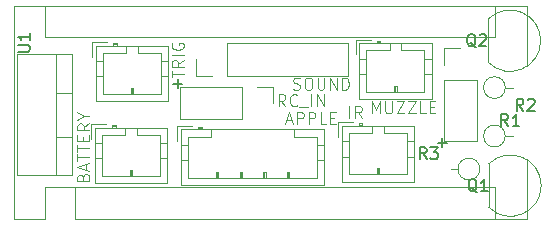
<source format=gbr>
%TF.GenerationSoftware,KiCad,Pcbnew,9.0.6*%
%TF.CreationDate,2026-02-19T21:29:22+01:00*%
%TF.ProjectId,TankIR_Breaker,54616e6b-4952-45f4-9272-65616b65722e,rev?*%
%TF.SameCoordinates,Original*%
%TF.FileFunction,Legend,Top*%
%TF.FilePolarity,Positive*%
%FSLAX46Y46*%
G04 Gerber Fmt 4.6, Leading zero omitted, Abs format (unit mm)*
G04 Created by KiCad (PCBNEW 9.0.6) date 2026-02-19 21:29:22*
%MOMM*%
%LPD*%
G01*
G04 APERTURE LIST*
%ADD10C,0.200000*%
%ADD11C,0.100000*%
%ADD12C,0.150000*%
%ADD13C,0.120000*%
G04 APERTURE END LIST*
D10*
X113469673Y-68486266D02*
X114231578Y-68486266D01*
X113850625Y-68867219D02*
X113850625Y-68105314D01*
X91069673Y-63486266D02*
X91831578Y-63486266D01*
X91450625Y-63867219D02*
X91450625Y-63105314D01*
D11*
X83448609Y-71362782D02*
X83496228Y-71219925D01*
X83496228Y-71219925D02*
X83543847Y-71172306D01*
X83543847Y-71172306D02*
X83639085Y-71124687D01*
X83639085Y-71124687D02*
X83781942Y-71124687D01*
X83781942Y-71124687D02*
X83877180Y-71172306D01*
X83877180Y-71172306D02*
X83924800Y-71219925D01*
X83924800Y-71219925D02*
X83972419Y-71315163D01*
X83972419Y-71315163D02*
X83972419Y-71696115D01*
X83972419Y-71696115D02*
X82972419Y-71696115D01*
X82972419Y-71696115D02*
X82972419Y-71362782D01*
X82972419Y-71362782D02*
X83020038Y-71267544D01*
X83020038Y-71267544D02*
X83067657Y-71219925D01*
X83067657Y-71219925D02*
X83162895Y-71172306D01*
X83162895Y-71172306D02*
X83258133Y-71172306D01*
X83258133Y-71172306D02*
X83353371Y-71219925D01*
X83353371Y-71219925D02*
X83400990Y-71267544D01*
X83400990Y-71267544D02*
X83448609Y-71362782D01*
X83448609Y-71362782D02*
X83448609Y-71696115D01*
X83686704Y-70743734D02*
X83686704Y-70267544D01*
X83972419Y-70838972D02*
X82972419Y-70505639D01*
X82972419Y-70505639D02*
X83972419Y-70172306D01*
X82972419Y-69981829D02*
X82972419Y-69410401D01*
X83972419Y-69696115D02*
X82972419Y-69696115D01*
X82972419Y-69219924D02*
X82972419Y-68648496D01*
X83972419Y-68934210D02*
X82972419Y-68934210D01*
X83448609Y-68315162D02*
X83448609Y-67981829D01*
X83972419Y-67838972D02*
X83972419Y-68315162D01*
X83972419Y-68315162D02*
X82972419Y-68315162D01*
X82972419Y-68315162D02*
X82972419Y-67838972D01*
X83972419Y-66838972D02*
X83496228Y-67172305D01*
X83972419Y-67410400D02*
X82972419Y-67410400D01*
X82972419Y-67410400D02*
X82972419Y-67029448D01*
X82972419Y-67029448D02*
X83020038Y-66934210D01*
X83020038Y-66934210D02*
X83067657Y-66886591D01*
X83067657Y-66886591D02*
X83162895Y-66838972D01*
X83162895Y-66838972D02*
X83305752Y-66838972D01*
X83305752Y-66838972D02*
X83400990Y-66886591D01*
X83400990Y-66886591D02*
X83448609Y-66934210D01*
X83448609Y-66934210D02*
X83496228Y-67029448D01*
X83496228Y-67029448D02*
X83496228Y-67410400D01*
X83496228Y-66219924D02*
X83972419Y-66219924D01*
X82972419Y-66553257D02*
X83496228Y-66219924D01*
X83496228Y-66219924D02*
X82972419Y-65886591D01*
X107903884Y-65972419D02*
X107903884Y-64972419D01*
X107903884Y-64972419D02*
X108237217Y-65686704D01*
X108237217Y-65686704D02*
X108570550Y-64972419D01*
X108570550Y-64972419D02*
X108570550Y-65972419D01*
X109046741Y-64972419D02*
X109046741Y-65781942D01*
X109046741Y-65781942D02*
X109094360Y-65877180D01*
X109094360Y-65877180D02*
X109141979Y-65924800D01*
X109141979Y-65924800D02*
X109237217Y-65972419D01*
X109237217Y-65972419D02*
X109427693Y-65972419D01*
X109427693Y-65972419D02*
X109522931Y-65924800D01*
X109522931Y-65924800D02*
X109570550Y-65877180D01*
X109570550Y-65877180D02*
X109618169Y-65781942D01*
X109618169Y-65781942D02*
X109618169Y-64972419D01*
X109999122Y-64972419D02*
X110665788Y-64972419D01*
X110665788Y-64972419D02*
X109999122Y-65972419D01*
X109999122Y-65972419D02*
X110665788Y-65972419D01*
X110951503Y-64972419D02*
X111618169Y-64972419D01*
X111618169Y-64972419D02*
X110951503Y-65972419D01*
X110951503Y-65972419D02*
X111618169Y-65972419D01*
X112475312Y-65972419D02*
X111999122Y-65972419D01*
X111999122Y-65972419D02*
X111999122Y-64972419D01*
X112808646Y-65448609D02*
X113141979Y-65448609D01*
X113284836Y-65972419D02*
X112808646Y-65972419D01*
X112808646Y-65972419D02*
X112808646Y-64972419D01*
X112808646Y-64972419D02*
X113284836Y-64972419D01*
X106003884Y-66372419D02*
X106003884Y-65372419D01*
X107051502Y-66372419D02*
X106718169Y-65896228D01*
X106480074Y-66372419D02*
X106480074Y-65372419D01*
X106480074Y-65372419D02*
X106861026Y-65372419D01*
X106861026Y-65372419D02*
X106956264Y-65420038D01*
X106956264Y-65420038D02*
X107003883Y-65467657D01*
X107003883Y-65467657D02*
X107051502Y-65562895D01*
X107051502Y-65562895D02*
X107051502Y-65705752D01*
X107051502Y-65705752D02*
X107003883Y-65800990D01*
X107003883Y-65800990D02*
X106956264Y-65848609D01*
X106956264Y-65848609D02*
X106861026Y-65896228D01*
X106861026Y-65896228D02*
X106480074Y-65896228D01*
X100656265Y-66586704D02*
X101132455Y-66586704D01*
X100561027Y-66872419D02*
X100894360Y-65872419D01*
X100894360Y-65872419D02*
X101227693Y-66872419D01*
X101561027Y-66872419D02*
X101561027Y-65872419D01*
X101561027Y-65872419D02*
X101941979Y-65872419D01*
X101941979Y-65872419D02*
X102037217Y-65920038D01*
X102037217Y-65920038D02*
X102084836Y-65967657D01*
X102084836Y-65967657D02*
X102132455Y-66062895D01*
X102132455Y-66062895D02*
X102132455Y-66205752D01*
X102132455Y-66205752D02*
X102084836Y-66300990D01*
X102084836Y-66300990D02*
X102037217Y-66348609D01*
X102037217Y-66348609D02*
X101941979Y-66396228D01*
X101941979Y-66396228D02*
X101561027Y-66396228D01*
X102561027Y-66872419D02*
X102561027Y-65872419D01*
X102561027Y-65872419D02*
X102941979Y-65872419D01*
X102941979Y-65872419D02*
X103037217Y-65920038D01*
X103037217Y-65920038D02*
X103084836Y-65967657D01*
X103084836Y-65967657D02*
X103132455Y-66062895D01*
X103132455Y-66062895D02*
X103132455Y-66205752D01*
X103132455Y-66205752D02*
X103084836Y-66300990D01*
X103084836Y-66300990D02*
X103037217Y-66348609D01*
X103037217Y-66348609D02*
X102941979Y-66396228D01*
X102941979Y-66396228D02*
X102561027Y-66396228D01*
X104037217Y-66872419D02*
X103561027Y-66872419D01*
X103561027Y-66872419D02*
X103561027Y-65872419D01*
X104370551Y-66348609D02*
X104703884Y-66348609D01*
X104846741Y-66872419D02*
X104370551Y-66872419D01*
X104370551Y-66872419D02*
X104370551Y-65872419D01*
X104370551Y-65872419D02*
X104846741Y-65872419D01*
X100575312Y-65372419D02*
X100241979Y-64896228D01*
X100003884Y-65372419D02*
X100003884Y-64372419D01*
X100003884Y-64372419D02*
X100384836Y-64372419D01*
X100384836Y-64372419D02*
X100480074Y-64420038D01*
X100480074Y-64420038D02*
X100527693Y-64467657D01*
X100527693Y-64467657D02*
X100575312Y-64562895D01*
X100575312Y-64562895D02*
X100575312Y-64705752D01*
X100575312Y-64705752D02*
X100527693Y-64800990D01*
X100527693Y-64800990D02*
X100480074Y-64848609D01*
X100480074Y-64848609D02*
X100384836Y-64896228D01*
X100384836Y-64896228D02*
X100003884Y-64896228D01*
X101575312Y-65277180D02*
X101527693Y-65324800D01*
X101527693Y-65324800D02*
X101384836Y-65372419D01*
X101384836Y-65372419D02*
X101289598Y-65372419D01*
X101289598Y-65372419D02*
X101146741Y-65324800D01*
X101146741Y-65324800D02*
X101051503Y-65229561D01*
X101051503Y-65229561D02*
X101003884Y-65134323D01*
X101003884Y-65134323D02*
X100956265Y-64943847D01*
X100956265Y-64943847D02*
X100956265Y-64800990D01*
X100956265Y-64800990D02*
X101003884Y-64610514D01*
X101003884Y-64610514D02*
X101051503Y-64515276D01*
X101051503Y-64515276D02*
X101146741Y-64420038D01*
X101146741Y-64420038D02*
X101289598Y-64372419D01*
X101289598Y-64372419D02*
X101384836Y-64372419D01*
X101384836Y-64372419D02*
X101527693Y-64420038D01*
X101527693Y-64420038D02*
X101575312Y-64467657D01*
X101765789Y-65467657D02*
X102527693Y-65467657D01*
X102765789Y-65372419D02*
X102765789Y-64372419D01*
X103241979Y-65372419D02*
X103241979Y-64372419D01*
X103241979Y-64372419D02*
X103813407Y-65372419D01*
X103813407Y-65372419D02*
X103813407Y-64372419D01*
X101256265Y-63924800D02*
X101399122Y-63972419D01*
X101399122Y-63972419D02*
X101637217Y-63972419D01*
X101637217Y-63972419D02*
X101732455Y-63924800D01*
X101732455Y-63924800D02*
X101780074Y-63877180D01*
X101780074Y-63877180D02*
X101827693Y-63781942D01*
X101827693Y-63781942D02*
X101827693Y-63686704D01*
X101827693Y-63686704D02*
X101780074Y-63591466D01*
X101780074Y-63591466D02*
X101732455Y-63543847D01*
X101732455Y-63543847D02*
X101637217Y-63496228D01*
X101637217Y-63496228D02*
X101446741Y-63448609D01*
X101446741Y-63448609D02*
X101351503Y-63400990D01*
X101351503Y-63400990D02*
X101303884Y-63353371D01*
X101303884Y-63353371D02*
X101256265Y-63258133D01*
X101256265Y-63258133D02*
X101256265Y-63162895D01*
X101256265Y-63162895D02*
X101303884Y-63067657D01*
X101303884Y-63067657D02*
X101351503Y-63020038D01*
X101351503Y-63020038D02*
X101446741Y-62972419D01*
X101446741Y-62972419D02*
X101684836Y-62972419D01*
X101684836Y-62972419D02*
X101827693Y-63020038D01*
X102446741Y-62972419D02*
X102637217Y-62972419D01*
X102637217Y-62972419D02*
X102732455Y-63020038D01*
X102732455Y-63020038D02*
X102827693Y-63115276D01*
X102827693Y-63115276D02*
X102875312Y-63305752D01*
X102875312Y-63305752D02*
X102875312Y-63639085D01*
X102875312Y-63639085D02*
X102827693Y-63829561D01*
X102827693Y-63829561D02*
X102732455Y-63924800D01*
X102732455Y-63924800D02*
X102637217Y-63972419D01*
X102637217Y-63972419D02*
X102446741Y-63972419D01*
X102446741Y-63972419D02*
X102351503Y-63924800D01*
X102351503Y-63924800D02*
X102256265Y-63829561D01*
X102256265Y-63829561D02*
X102208646Y-63639085D01*
X102208646Y-63639085D02*
X102208646Y-63305752D01*
X102208646Y-63305752D02*
X102256265Y-63115276D01*
X102256265Y-63115276D02*
X102351503Y-63020038D01*
X102351503Y-63020038D02*
X102446741Y-62972419D01*
X103303884Y-62972419D02*
X103303884Y-63781942D01*
X103303884Y-63781942D02*
X103351503Y-63877180D01*
X103351503Y-63877180D02*
X103399122Y-63924800D01*
X103399122Y-63924800D02*
X103494360Y-63972419D01*
X103494360Y-63972419D02*
X103684836Y-63972419D01*
X103684836Y-63972419D02*
X103780074Y-63924800D01*
X103780074Y-63924800D02*
X103827693Y-63877180D01*
X103827693Y-63877180D02*
X103875312Y-63781942D01*
X103875312Y-63781942D02*
X103875312Y-62972419D01*
X104351503Y-63972419D02*
X104351503Y-62972419D01*
X104351503Y-62972419D02*
X104922931Y-63972419D01*
X104922931Y-63972419D02*
X104922931Y-62972419D01*
X105399122Y-63972419D02*
X105399122Y-62972419D01*
X105399122Y-62972419D02*
X105637217Y-62972419D01*
X105637217Y-62972419D02*
X105780074Y-63020038D01*
X105780074Y-63020038D02*
X105875312Y-63115276D01*
X105875312Y-63115276D02*
X105922931Y-63210514D01*
X105922931Y-63210514D02*
X105970550Y-63400990D01*
X105970550Y-63400990D02*
X105970550Y-63543847D01*
X105970550Y-63543847D02*
X105922931Y-63734323D01*
X105922931Y-63734323D02*
X105875312Y-63829561D01*
X105875312Y-63829561D02*
X105780074Y-63924800D01*
X105780074Y-63924800D02*
X105637217Y-63972419D01*
X105637217Y-63972419D02*
X105399122Y-63972419D01*
X90972419Y-62938972D02*
X90972419Y-62367544D01*
X91972419Y-62653258D02*
X90972419Y-62653258D01*
X91972419Y-61462782D02*
X91496228Y-61796115D01*
X91972419Y-62034210D02*
X90972419Y-62034210D01*
X90972419Y-62034210D02*
X90972419Y-61653258D01*
X90972419Y-61653258D02*
X91020038Y-61558020D01*
X91020038Y-61558020D02*
X91067657Y-61510401D01*
X91067657Y-61510401D02*
X91162895Y-61462782D01*
X91162895Y-61462782D02*
X91305752Y-61462782D01*
X91305752Y-61462782D02*
X91400990Y-61510401D01*
X91400990Y-61510401D02*
X91448609Y-61558020D01*
X91448609Y-61558020D02*
X91496228Y-61653258D01*
X91496228Y-61653258D02*
X91496228Y-62034210D01*
X91972419Y-61034210D02*
X90972419Y-61034210D01*
X91020038Y-60034211D02*
X90972419Y-60129449D01*
X90972419Y-60129449D02*
X90972419Y-60272306D01*
X90972419Y-60272306D02*
X91020038Y-60415163D01*
X91020038Y-60415163D02*
X91115276Y-60510401D01*
X91115276Y-60510401D02*
X91210514Y-60558020D01*
X91210514Y-60558020D02*
X91400990Y-60605639D01*
X91400990Y-60605639D02*
X91543847Y-60605639D01*
X91543847Y-60605639D02*
X91734323Y-60558020D01*
X91734323Y-60558020D02*
X91829561Y-60510401D01*
X91829561Y-60510401D02*
X91924800Y-60415163D01*
X91924800Y-60415163D02*
X91972419Y-60272306D01*
X91972419Y-60272306D02*
X91972419Y-60177068D01*
X91972419Y-60177068D02*
X91924800Y-60034211D01*
X91924800Y-60034211D02*
X91877180Y-59986592D01*
X91877180Y-59986592D02*
X91543847Y-59986592D01*
X91543847Y-59986592D02*
X91543847Y-60177068D01*
D12*
X112533333Y-69854819D02*
X112200000Y-69378628D01*
X111961905Y-69854819D02*
X111961905Y-68854819D01*
X111961905Y-68854819D02*
X112342857Y-68854819D01*
X112342857Y-68854819D02*
X112438095Y-68902438D01*
X112438095Y-68902438D02*
X112485714Y-68950057D01*
X112485714Y-68950057D02*
X112533333Y-69045295D01*
X112533333Y-69045295D02*
X112533333Y-69188152D01*
X112533333Y-69188152D02*
X112485714Y-69283390D01*
X112485714Y-69283390D02*
X112438095Y-69331009D01*
X112438095Y-69331009D02*
X112342857Y-69378628D01*
X112342857Y-69378628D02*
X111961905Y-69378628D01*
X112866667Y-68854819D02*
X113485714Y-68854819D01*
X113485714Y-68854819D02*
X113152381Y-69235771D01*
X113152381Y-69235771D02*
X113295238Y-69235771D01*
X113295238Y-69235771D02*
X113390476Y-69283390D01*
X113390476Y-69283390D02*
X113438095Y-69331009D01*
X113438095Y-69331009D02*
X113485714Y-69426247D01*
X113485714Y-69426247D02*
X113485714Y-69664342D01*
X113485714Y-69664342D02*
X113438095Y-69759580D01*
X113438095Y-69759580D02*
X113390476Y-69807200D01*
X113390476Y-69807200D02*
X113295238Y-69854819D01*
X113295238Y-69854819D02*
X113009524Y-69854819D01*
X113009524Y-69854819D02*
X112914286Y-69807200D01*
X112914286Y-69807200D02*
X112866667Y-69759580D01*
X120733333Y-65754819D02*
X120400000Y-65278628D01*
X120161905Y-65754819D02*
X120161905Y-64754819D01*
X120161905Y-64754819D02*
X120542857Y-64754819D01*
X120542857Y-64754819D02*
X120638095Y-64802438D01*
X120638095Y-64802438D02*
X120685714Y-64850057D01*
X120685714Y-64850057D02*
X120733333Y-64945295D01*
X120733333Y-64945295D02*
X120733333Y-65088152D01*
X120733333Y-65088152D02*
X120685714Y-65183390D01*
X120685714Y-65183390D02*
X120638095Y-65231009D01*
X120638095Y-65231009D02*
X120542857Y-65278628D01*
X120542857Y-65278628D02*
X120161905Y-65278628D01*
X121114286Y-64850057D02*
X121161905Y-64802438D01*
X121161905Y-64802438D02*
X121257143Y-64754819D01*
X121257143Y-64754819D02*
X121495238Y-64754819D01*
X121495238Y-64754819D02*
X121590476Y-64802438D01*
X121590476Y-64802438D02*
X121638095Y-64850057D01*
X121638095Y-64850057D02*
X121685714Y-64945295D01*
X121685714Y-64945295D02*
X121685714Y-65040533D01*
X121685714Y-65040533D02*
X121638095Y-65183390D01*
X121638095Y-65183390D02*
X121066667Y-65754819D01*
X121066667Y-65754819D02*
X121685714Y-65754819D01*
X119433333Y-67054819D02*
X119100000Y-66578628D01*
X118861905Y-67054819D02*
X118861905Y-66054819D01*
X118861905Y-66054819D02*
X119242857Y-66054819D01*
X119242857Y-66054819D02*
X119338095Y-66102438D01*
X119338095Y-66102438D02*
X119385714Y-66150057D01*
X119385714Y-66150057D02*
X119433333Y-66245295D01*
X119433333Y-66245295D02*
X119433333Y-66388152D01*
X119433333Y-66388152D02*
X119385714Y-66483390D01*
X119385714Y-66483390D02*
X119338095Y-66531009D01*
X119338095Y-66531009D02*
X119242857Y-66578628D01*
X119242857Y-66578628D02*
X118861905Y-66578628D01*
X120385714Y-67054819D02*
X119814286Y-67054819D01*
X120100000Y-67054819D02*
X120100000Y-66054819D01*
X120100000Y-66054819D02*
X120004762Y-66197676D01*
X120004762Y-66197676D02*
X119909524Y-66292914D01*
X119909524Y-66292914D02*
X119814286Y-66340533D01*
X116704761Y-60380057D02*
X116609523Y-60332438D01*
X116609523Y-60332438D02*
X116514285Y-60237200D01*
X116514285Y-60237200D02*
X116371428Y-60094342D01*
X116371428Y-60094342D02*
X116276190Y-60046723D01*
X116276190Y-60046723D02*
X116180952Y-60046723D01*
X116228571Y-60284819D02*
X116133333Y-60237200D01*
X116133333Y-60237200D02*
X116038095Y-60141961D01*
X116038095Y-60141961D02*
X115990476Y-59951485D01*
X115990476Y-59951485D02*
X115990476Y-59618152D01*
X115990476Y-59618152D02*
X116038095Y-59427676D01*
X116038095Y-59427676D02*
X116133333Y-59332438D01*
X116133333Y-59332438D02*
X116228571Y-59284819D01*
X116228571Y-59284819D02*
X116419047Y-59284819D01*
X116419047Y-59284819D02*
X116514285Y-59332438D01*
X116514285Y-59332438D02*
X116609523Y-59427676D01*
X116609523Y-59427676D02*
X116657142Y-59618152D01*
X116657142Y-59618152D02*
X116657142Y-59951485D01*
X116657142Y-59951485D02*
X116609523Y-60141961D01*
X116609523Y-60141961D02*
X116514285Y-60237200D01*
X116514285Y-60237200D02*
X116419047Y-60284819D01*
X116419047Y-60284819D02*
X116228571Y-60284819D01*
X117038095Y-59380057D02*
X117085714Y-59332438D01*
X117085714Y-59332438D02*
X117180952Y-59284819D01*
X117180952Y-59284819D02*
X117419047Y-59284819D01*
X117419047Y-59284819D02*
X117514285Y-59332438D01*
X117514285Y-59332438D02*
X117561904Y-59380057D01*
X117561904Y-59380057D02*
X117609523Y-59475295D01*
X117609523Y-59475295D02*
X117609523Y-59570533D01*
X117609523Y-59570533D02*
X117561904Y-59713390D01*
X117561904Y-59713390D02*
X116990476Y-60284819D01*
X116990476Y-60284819D02*
X117609523Y-60284819D01*
X116804761Y-72650057D02*
X116709523Y-72602438D01*
X116709523Y-72602438D02*
X116614285Y-72507200D01*
X116614285Y-72507200D02*
X116471428Y-72364342D01*
X116471428Y-72364342D02*
X116376190Y-72316723D01*
X116376190Y-72316723D02*
X116280952Y-72316723D01*
X116328571Y-72554819D02*
X116233333Y-72507200D01*
X116233333Y-72507200D02*
X116138095Y-72411961D01*
X116138095Y-72411961D02*
X116090476Y-72221485D01*
X116090476Y-72221485D02*
X116090476Y-71888152D01*
X116090476Y-71888152D02*
X116138095Y-71697676D01*
X116138095Y-71697676D02*
X116233333Y-71602438D01*
X116233333Y-71602438D02*
X116328571Y-71554819D01*
X116328571Y-71554819D02*
X116519047Y-71554819D01*
X116519047Y-71554819D02*
X116614285Y-71602438D01*
X116614285Y-71602438D02*
X116709523Y-71697676D01*
X116709523Y-71697676D02*
X116757142Y-71888152D01*
X116757142Y-71888152D02*
X116757142Y-72221485D01*
X116757142Y-72221485D02*
X116709523Y-72411961D01*
X116709523Y-72411961D02*
X116614285Y-72507200D01*
X116614285Y-72507200D02*
X116519047Y-72554819D01*
X116519047Y-72554819D02*
X116328571Y-72554819D01*
X117709523Y-72554819D02*
X117138095Y-72554819D01*
X117423809Y-72554819D02*
X117423809Y-71554819D01*
X117423809Y-71554819D02*
X117328571Y-71697676D01*
X117328571Y-71697676D02*
X117233333Y-71792914D01*
X117233333Y-71792914D02*
X117138095Y-71840533D01*
X77954819Y-60761904D02*
X78764342Y-60761904D01*
X78764342Y-60761904D02*
X78859580Y-60714285D01*
X78859580Y-60714285D02*
X78907200Y-60666666D01*
X78907200Y-60666666D02*
X78954819Y-60571428D01*
X78954819Y-60571428D02*
X78954819Y-60380952D01*
X78954819Y-60380952D02*
X78907200Y-60285714D01*
X78907200Y-60285714D02*
X78859580Y-60238095D01*
X78859580Y-60238095D02*
X78764342Y-60190476D01*
X78764342Y-60190476D02*
X77954819Y-60190476D01*
X78954819Y-59190476D02*
X78954819Y-59761904D01*
X78954819Y-59476190D02*
X77954819Y-59476190D01*
X77954819Y-59476190D02*
X78097676Y-59571428D01*
X78097676Y-59571428D02*
X78192914Y-59666666D01*
X78192914Y-59666666D02*
X78240533Y-59761904D01*
D13*
%TO.C,A1*%
X121040000Y-74920000D02*
X121040000Y-69840000D01*
X121040000Y-56880000D02*
X121040000Y-61960000D01*
X121040000Y-56880000D02*
X77600000Y-56880000D01*
X118370000Y-72250000D02*
X118370000Y-74920000D01*
X118370000Y-59550000D02*
X118370000Y-56880000D01*
X82810000Y-74920000D02*
X121040000Y-74920000D01*
X82810000Y-72250000D02*
X118370000Y-72250000D01*
X82810000Y-72250000D02*
X82810000Y-74920000D01*
X82810000Y-72250000D02*
X80270000Y-72250000D01*
X80270000Y-72250000D02*
X80270000Y-74920000D01*
X80270000Y-59550000D02*
X118370000Y-59550000D01*
X80270000Y-59550000D02*
X80270000Y-56880000D01*
X77600000Y-74920000D02*
X80270000Y-74920000D01*
X77600000Y-56880000D02*
X77600000Y-74920000D01*
%TO.C,R3*%
X115200000Y-70700000D02*
X114580000Y-70700000D01*
X117040000Y-70700000D02*
G75*
G02*
X115200000Y-70700000I-920000J0D01*
G01*
X115200000Y-70700000D02*
G75*
G02*
X117040000Y-70700000I920000J0D01*
G01*
%TO.C,R2*%
X119200000Y-63800000D02*
X119820000Y-63800000D01*
X119200000Y-63800000D02*
G75*
G02*
X117360000Y-63800000I-920000J0D01*
G01*
X117360000Y-63800000D02*
G75*
G02*
X119200000Y-63800000I920000J0D01*
G01*
%TO.C,R1*%
X119200000Y-67900000D02*
X119820000Y-67900000D01*
X119200000Y-67900000D02*
G75*
G02*
X117360000Y-67900000I-920000J0D01*
G01*
X117360000Y-67900000D02*
G75*
G02*
X119200000Y-67900000I920000J0D01*
G01*
%TO.C,J2*%
X84240000Y-59940000D02*
X84240000Y-61190000D01*
X84540000Y-60240000D02*
X84540000Y-64960000D01*
X84540000Y-61550000D02*
X85150000Y-61550000D01*
X84540000Y-62850000D02*
X85150000Y-62850000D01*
X84540000Y-64960000D02*
X90660000Y-64960000D01*
X85150000Y-60850000D02*
X85150000Y-64350000D01*
X85150000Y-64350000D02*
X90050000Y-64350000D01*
X85490000Y-59940000D02*
X84240000Y-59940000D01*
X86000000Y-60040000D02*
X86000000Y-60240000D01*
X86300000Y-60040000D02*
X86000000Y-60040000D01*
X86300000Y-60140000D02*
X86000000Y-60140000D01*
X86300000Y-60240000D02*
X86300000Y-60040000D01*
X87100000Y-60240000D02*
X87100000Y-60850000D01*
X87100000Y-60850000D02*
X85150000Y-60850000D01*
X87500000Y-63850000D02*
X87700000Y-63850000D01*
X87500000Y-64350000D02*
X87500000Y-63850000D01*
X87600000Y-64350000D02*
X87600000Y-63850000D01*
X87700000Y-63850000D02*
X87700000Y-64350000D01*
X88100000Y-60850000D02*
X88100000Y-60240000D01*
X90050000Y-60850000D02*
X88100000Y-60850000D01*
X90050000Y-64350000D02*
X90050000Y-60850000D01*
X90660000Y-60240000D02*
X84540000Y-60240000D01*
X90660000Y-61550000D02*
X90050000Y-61550000D01*
X90660000Y-62850000D02*
X90050000Y-62850000D01*
X90660000Y-64960000D02*
X90660000Y-60240000D01*
%TO.C,Q2*%
X117750000Y-58030000D02*
X117750000Y-61630000D01*
X117761522Y-57991522D02*
G75*
G02*
X122200001Y-59830000I1838478J-1838478D01*
G01*
X122200000Y-59830000D02*
G75*
G02*
X117761522Y-61668478I-2600000J0D01*
G01*
%TO.C,J6*%
X93000000Y-62780000D02*
X93000000Y-61400000D01*
X94380000Y-62780000D02*
X93000000Y-62780000D01*
X95650000Y-60020000D02*
X105920000Y-60020000D01*
X95650000Y-62780000D02*
X95650000Y-60020000D01*
X95650000Y-62780000D02*
X105920000Y-62780000D01*
X105920000Y-62780000D02*
X105920000Y-60020000D01*
%TO.C,J7*%
X105040000Y-66740000D02*
X105040000Y-67990000D01*
X105340000Y-67040000D02*
X105340000Y-71760000D01*
X105340000Y-68350000D02*
X105950000Y-68350000D01*
X105340000Y-69650000D02*
X105950000Y-69650000D01*
X105340000Y-71760000D02*
X111460000Y-71760000D01*
X105950000Y-67650000D02*
X105950000Y-71150000D01*
X105950000Y-71150000D02*
X110850000Y-71150000D01*
X106290000Y-66740000D02*
X105040000Y-66740000D01*
X106800000Y-66840000D02*
X106800000Y-67040000D01*
X107100000Y-66840000D02*
X106800000Y-66840000D01*
X107100000Y-66940000D02*
X106800000Y-66940000D01*
X107100000Y-67040000D02*
X107100000Y-66840000D01*
X107900000Y-67040000D02*
X107900000Y-67650000D01*
X107900000Y-67650000D02*
X105950000Y-67650000D01*
X108300000Y-70650000D02*
X108500000Y-70650000D01*
X108300000Y-71150000D02*
X108300000Y-70650000D01*
X108400000Y-71150000D02*
X108400000Y-70650000D01*
X108500000Y-70650000D02*
X108500000Y-71150000D01*
X108900000Y-67650000D02*
X108900000Y-67040000D01*
X110850000Y-67650000D02*
X108900000Y-67650000D01*
X110850000Y-71150000D02*
X110850000Y-67650000D01*
X111460000Y-67040000D02*
X105340000Y-67040000D01*
X111460000Y-68350000D02*
X110850000Y-68350000D01*
X111460000Y-69650000D02*
X110850000Y-69650000D01*
X111460000Y-71760000D02*
X111460000Y-67040000D01*
%TO.C,J1*%
X90560000Y-71910000D02*
X90560000Y-67190000D01*
X90560000Y-69800000D02*
X89950000Y-69800000D01*
X90560000Y-68500000D02*
X89950000Y-68500000D01*
X90560000Y-67190000D02*
X84440000Y-67190000D01*
X89950000Y-71300000D02*
X89950000Y-67800000D01*
X89950000Y-67800000D02*
X88000000Y-67800000D01*
X88000000Y-67800000D02*
X88000000Y-67190000D01*
X87600000Y-70800000D02*
X87600000Y-71300000D01*
X87500000Y-71300000D02*
X87500000Y-70800000D01*
X87400000Y-71300000D02*
X87400000Y-70800000D01*
X87400000Y-70800000D02*
X87600000Y-70800000D01*
X87000000Y-67800000D02*
X85050000Y-67800000D01*
X87000000Y-67190000D02*
X87000000Y-67800000D01*
X86200000Y-67190000D02*
X86200000Y-66990000D01*
X86200000Y-67090000D02*
X85900000Y-67090000D01*
X86200000Y-66990000D02*
X85900000Y-66990000D01*
X85900000Y-66990000D02*
X85900000Y-67190000D01*
X85390000Y-66890000D02*
X84140000Y-66890000D01*
X85050000Y-71300000D02*
X89950000Y-71300000D01*
X85050000Y-67800000D02*
X85050000Y-71300000D01*
X84440000Y-71910000D02*
X90560000Y-71910000D01*
X84440000Y-69800000D02*
X85050000Y-69800000D01*
X84440000Y-68500000D02*
X85050000Y-68500000D01*
X84440000Y-67190000D02*
X84440000Y-71910000D01*
X84140000Y-66890000D02*
X84140000Y-68140000D01*
%TO.C,J5*%
X91440000Y-67040000D02*
X91440000Y-68290000D01*
X91740000Y-67340000D02*
X91740000Y-72060000D01*
X91740000Y-68650000D02*
X92350000Y-68650000D01*
X91740000Y-69950000D02*
X92350000Y-69950000D01*
X91740000Y-72060000D02*
X103860000Y-72060000D01*
X92350000Y-67950000D02*
X92350000Y-71450000D01*
X92350000Y-71450000D02*
X103250000Y-71450000D01*
X92690000Y-67040000D02*
X91440000Y-67040000D01*
X93200000Y-67140000D02*
X93200000Y-67340000D01*
X93500000Y-67140000D02*
X93200000Y-67140000D01*
X93500000Y-67240000D02*
X93200000Y-67240000D01*
X93500000Y-67340000D02*
X93500000Y-67140000D01*
X94300000Y-67340000D02*
X94300000Y-67950000D01*
X94300000Y-67950000D02*
X92350000Y-67950000D01*
X94700000Y-70950000D02*
X94900000Y-70950000D01*
X94700000Y-71450000D02*
X94700000Y-70950000D01*
X94800000Y-71450000D02*
X94800000Y-70950000D01*
X94900000Y-70950000D02*
X94900000Y-71450000D01*
X96700000Y-70950000D02*
X96900000Y-70950000D01*
X96700000Y-71450000D02*
X96700000Y-70950000D01*
X96800000Y-71450000D02*
X96800000Y-70950000D01*
X96900000Y-70950000D02*
X96900000Y-71450000D01*
X98700000Y-70950000D02*
X98900000Y-70950000D01*
X98700000Y-71450000D02*
X98700000Y-70950000D01*
X98800000Y-71450000D02*
X98800000Y-70950000D01*
X98900000Y-70950000D02*
X98900000Y-71450000D01*
X100700000Y-70950000D02*
X100900000Y-70950000D01*
X100700000Y-71450000D02*
X100700000Y-70950000D01*
X100800000Y-71450000D02*
X100800000Y-70950000D01*
X100900000Y-70950000D02*
X100900000Y-71450000D01*
X101300000Y-67950000D02*
X101300000Y-67340000D01*
X103250000Y-67950000D02*
X101300000Y-67950000D01*
X103250000Y-71450000D02*
X103250000Y-67950000D01*
X103860000Y-67340000D02*
X91740000Y-67340000D01*
X103860000Y-68650000D02*
X103250000Y-68650000D01*
X103860000Y-69950000D02*
X103250000Y-69950000D01*
X103860000Y-72060000D02*
X103860000Y-67340000D01*
%TO.C,J8*%
X106540000Y-59740000D02*
X106540000Y-60990000D01*
X106840000Y-60040000D02*
X106840000Y-64760000D01*
X106840000Y-61350000D02*
X107450000Y-61350000D01*
X106840000Y-62650000D02*
X107450000Y-62650000D01*
X106840000Y-64760000D02*
X112960000Y-64760000D01*
X107450000Y-60650000D02*
X107450000Y-64150000D01*
X107450000Y-64150000D02*
X112350000Y-64150000D01*
X107790000Y-59740000D02*
X106540000Y-59740000D01*
X108300000Y-59840000D02*
X108300000Y-60040000D01*
X108600000Y-59840000D02*
X108300000Y-59840000D01*
X108600000Y-59940000D02*
X108300000Y-59940000D01*
X108600000Y-60040000D02*
X108600000Y-59840000D01*
X109400000Y-60040000D02*
X109400000Y-60650000D01*
X109400000Y-60650000D02*
X107450000Y-60650000D01*
X109800000Y-63650000D02*
X110000000Y-63650000D01*
X109800000Y-64150000D02*
X109800000Y-63650000D01*
X109900000Y-64150000D02*
X109900000Y-63650000D01*
X110000000Y-63650000D02*
X110000000Y-64150000D01*
X110400000Y-60650000D02*
X110400000Y-60040000D01*
X112350000Y-60650000D02*
X110400000Y-60650000D01*
X112350000Y-64150000D02*
X112350000Y-60650000D01*
X112960000Y-60040000D02*
X106840000Y-60040000D01*
X112960000Y-61350000D02*
X112350000Y-61350000D01*
X112960000Y-62650000D02*
X112350000Y-62650000D01*
X112960000Y-64760000D02*
X112960000Y-60040000D01*
%TO.C,Q1*%
X117790000Y-70300000D02*
X117790000Y-73900000D01*
X117801522Y-70261522D02*
G75*
G02*
X122240001Y-72100000I1838478J-1838478D01*
G01*
X122240000Y-72100000D02*
G75*
G02*
X117801522Y-73938478I-2600000J0D01*
G01*
%TO.C,J3*%
X114020000Y-60480000D02*
X115400000Y-60480000D01*
X114020000Y-61860000D02*
X114020000Y-60480000D01*
X114020000Y-63130000D02*
X114020000Y-68320000D01*
X114020000Y-63130000D02*
X116780000Y-63130000D01*
X114020000Y-68320000D02*
X116780000Y-68320000D01*
X116780000Y-63130000D02*
X116780000Y-68320000D01*
%TO.C,U1*%
X77890000Y-60990000D02*
X82510000Y-60990000D01*
X77890000Y-71210000D02*
X77890000Y-60990000D01*
X81130000Y-60990000D02*
X81130000Y-71210000D01*
X82510000Y-60990000D02*
X82510000Y-71210000D01*
X82510000Y-64250000D02*
X81130000Y-64250000D01*
X82510000Y-67950000D02*
X81130000Y-67950000D01*
X82510000Y-71210000D02*
X77890000Y-71210000D01*
%TO.C,J4*%
X91680000Y-63720000D02*
X91680000Y-66480000D01*
X96870000Y-63720000D02*
X91680000Y-63720000D01*
X96870000Y-63720000D02*
X96870000Y-66480000D01*
X96870000Y-66480000D02*
X91680000Y-66480000D01*
X98140000Y-63720000D02*
X99520000Y-63720000D01*
X99520000Y-63720000D02*
X99520000Y-65100000D01*
%TD*%
M02*

</source>
